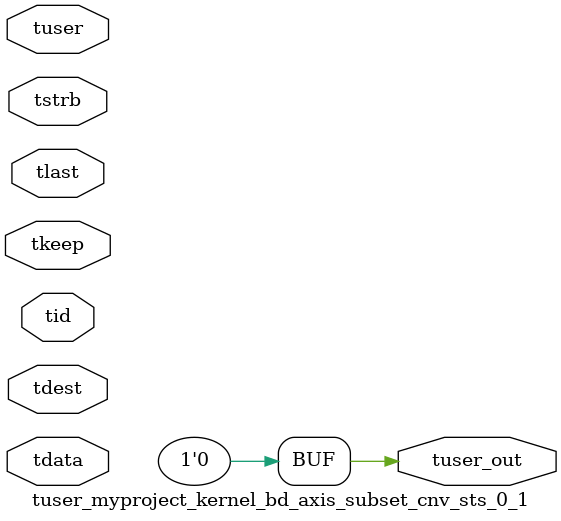
<source format=v>


`timescale 1ps/1ps

module tuser_myproject_kernel_bd_axis_subset_cnv_sts_0_1 #
(
parameter C_S_AXIS_TUSER_WIDTH = 1,
parameter C_S_AXIS_TDATA_WIDTH = 32,
parameter C_S_AXIS_TID_WIDTH   = 0,
parameter C_S_AXIS_TDEST_WIDTH = 0,
parameter C_M_AXIS_TUSER_WIDTH = 1
)
(
input  [(C_S_AXIS_TUSER_WIDTH == 0 ? 1 : C_S_AXIS_TUSER_WIDTH)-1:0     ] tuser,
input  [(C_S_AXIS_TDATA_WIDTH == 0 ? 1 : C_S_AXIS_TDATA_WIDTH)-1:0     ] tdata,
input  [(C_S_AXIS_TID_WIDTH   == 0 ? 1 : C_S_AXIS_TID_WIDTH)-1:0       ] tid,
input  [(C_S_AXIS_TDEST_WIDTH == 0 ? 1 : C_S_AXIS_TDEST_WIDTH)-1:0     ] tdest,
input  [(C_S_AXIS_TDATA_WIDTH/8)-1:0 ] tkeep,
input  [(C_S_AXIS_TDATA_WIDTH/8)-1:0 ] tstrb,
input                                                                    tlast,
output [C_M_AXIS_TUSER_WIDTH-1:0] tuser_out
);

assign tuser_out = {1'b0};

endmodule


</source>
